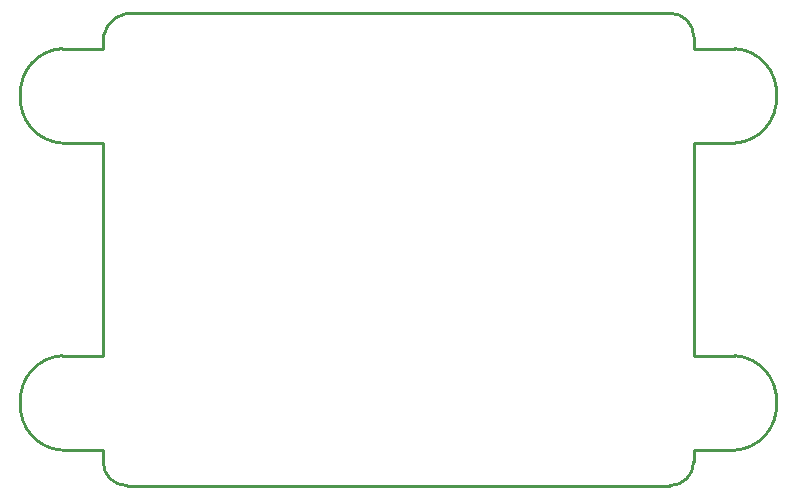
<source format=gko>
G04*
G04 #@! TF.GenerationSoftware,Altium Limited,Altium Designer,20.2.5 (213)*
G04*
G04 Layer_Color=16711935*
%FSLAX25Y25*%
%MOIN*%
G70*
G04*
G04 #@! TF.SameCoordinates,E7A29C4C-667B-4874-933E-F4189BEA85A9*
G04*
G04*
G04 #@! TF.FilePolarity,Positive*
G04*
G01*
G75*
%ADD12C,0.01000*%
D12*
X224410Y129921D02*
G03*
X210630Y145669I-14764J984D01*
G01*
Y114173D02*
G03*
X224410Y129921I-984J14764D01*
G01*
Y27559D02*
G03*
X210630Y43307I-14764J984D01*
G01*
Y11811D02*
G03*
X224410Y27559I-984J14764D01*
G01*
X-27559D02*
G03*
X-13780Y11811I14764J-984D01*
G01*
Y43307D02*
G03*
X-27559Y27559I984J-14764D01*
G01*
X-13780Y145669D02*
G03*
X-27559Y129921I984J-14764D01*
G01*
D02*
G03*
X-13780Y114173I14764J-984D01*
G01*
X0Y7874D02*
G03*
X7874Y0I7874J0D01*
G01*
X188976Y-0D02*
G03*
X196850Y7874I-0J7874D01*
G01*
Y149606D02*
G03*
X188976Y157480I-7874J-0D01*
G01*
X7874Y157480D02*
G03*
X0Y145669I1969J-9843D01*
G01*
X-13780Y11811D02*
X0D01*
X-13780Y43307D02*
X0D01*
X196850Y11811D02*
X210630D01*
X196850Y43307D02*
X210630D01*
X196850Y114173D02*
X210630D01*
X196850Y145669D02*
X210630D01*
X-13780D02*
X-11811D01*
X-13780Y114173D02*
X0D01*
X7874Y157480D02*
X188976D01*
X196850Y145669D02*
Y149606D01*
Y43307D02*
Y114173D01*
Y7874D02*
Y11811D01*
X7874Y0D02*
X188976D01*
X0Y7874D02*
Y11811D01*
Y43307D02*
Y114173D01*
X-11811Y145669D02*
X0D01*
M02*

</source>
